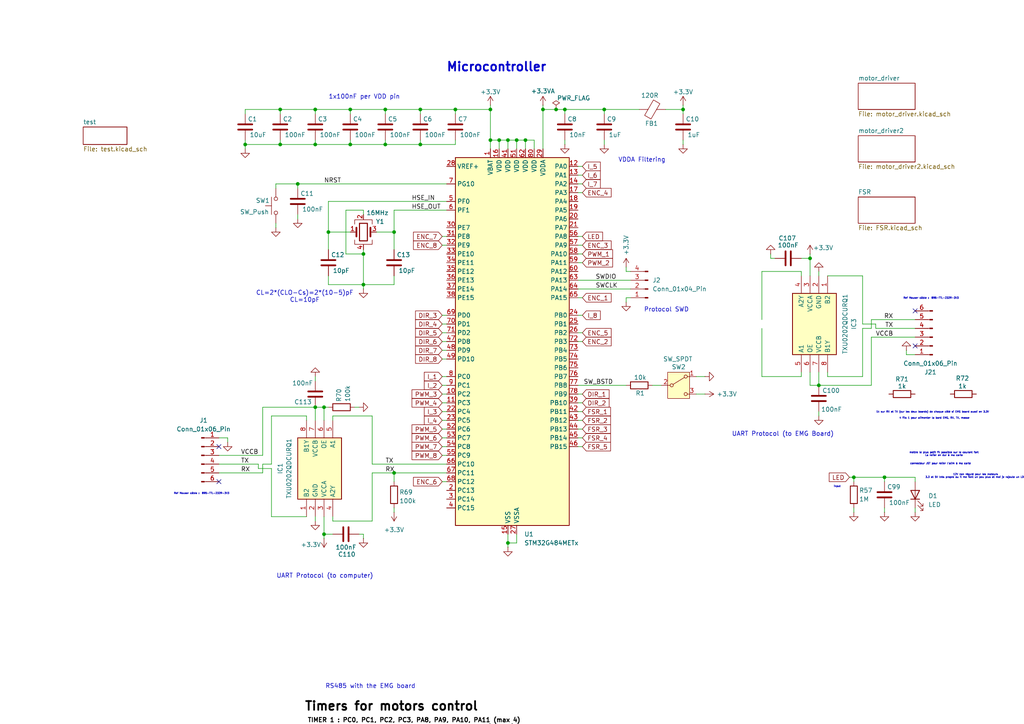
<source format=kicad_sch>
(kicad_sch (version 20231120) (generator "eeschema") (generator_version "8.0")
  (paper "A4")
  (lib_symbols
    (symbol "Connector:Conn_01x04_Pin" (pin_names (offset 1.016) hide)
      (property "Reference" "J" (at 0 5.08 0))
      (property "Value" "Conn_01x04_Pin" (at 0 -7.62 0))
      (symbol "Conn_01x04_Pin_1_1"
        (pin passive line (at 5.08 2.54 180) (length 3.81) (name "Pin_1") (number "1"))
        (pin passive line (at 5.08 0 180) (length 3.81) (name "Pin_2") (number "2"))
        (pin passive line (at 5.08 -2.54 180) (length 3.81) (name "Pin_3") (number "3"))
        (pin passive line (at 5.08 -5.08 180) (length 3.81) (name "Pin_4") (number "4"))
      )
    )
    (symbol "Connector:Conn_01x06_Pin" (pin_names (offset 1.016) hide)
      (property "Reference" "J" (at 0 7.62 0))
      (property "Value" "Conn_01x06_Pin" (at 0 -10.16 0))
      (symbol "Conn_01x06_Pin_1_1"
        (pin passive line (at 5.08 5.08 180) (length 3.81) (name "Pin_1") (number "1"))
        (pin passive line (at 5.08 2.54 180) (length 3.81) (name "Pin_2") (number "2"))
        (pin passive line (at 5.08 0 180) (length 3.81) (name "Pin_3") (number "3"))
        (pin passive line (at 5.08 -2.54 180) (length 3.81) (name "Pin_4") (number "4"))
        (pin passive line (at 5.08 -5.08 180) (length 3.81) (name "Pin_5") (number "5"))
        (pin passive line (at 5.08 -7.62 180) (length 3.81) (name "Pin_6") (number "6"))
      )
    )
    (symbol "Device:C" (pin_numbers hide) (pin_names (offset 0.254))
      (property "Reference" "C" (at 0.635 2.54 0))
      (property "Value" "C" (at 0.635 -2.54 0))
      (symbol "C_1_1"
        (pin passive line (at 0 3.81 270) (length 2.794) (name "~") (number "1"))
        (pin passive line (at 0 -3.81 90) (length 2.794) (name "~") (number "2"))
      )
    )
    (symbol "Device:Crystal_GND24" (pin_names (offset 1.016) hide)
      (property "Reference" "Y" (at 3.175 5.08 0))
      (property "Value" "Crystal_GND24" (at 3.175 3.175 0))
      (symbol "Crystal_GND24_1_1"
        (pin passive line (at -3.81 0 0) (length 1.27) (name "1") (number "1"))
        (pin passive line (at 0 5.08 270) (length 1.27) (name "2") (number "2"))
        (pin passive line (at 3.81 0 180) (length 1.27) (name "3") (number "3"))
        (pin passive line (at 0 -5.08 90) (length 1.27) (name "4") (number "4"))
      )
    )
    (symbol "Device:FerriteBead" (pin_numbers hide) (pin_names (offset 0))
      (property "Reference" "FB" (at -3.81 0.635 90))
      (property "Value" "FerriteBead" (at 3.81 0 90))
      (symbol "FerriteBead_1_1"
        (pin passive line (at 0 3.81 270) (length 2.54) (name "~") (number "1"))
        (pin passive line (at 0 -3.81 90) (length 2.54) (name "~") (number "2"))
      )
    )
    (symbol "Device:LED" (pin_numbers hide) (pin_names (offset 1.016) hide)
      (property "Reference" "D" (at 0 2.54 0))
      (property "Value" "LED" (at 0 -2.54 0))
      (symbol "LED_1_1"
        (pin passive line (at -3.81 0 0) (length 2.54) (name "K") (number "1"))
        (pin passive line (at 3.81 0 180) (length 2.54) (name "A") (number "2"))
      )
    )
    (symbol "Device:R" (pin_numbers hide) (pin_names (offset 0))
      (property "Reference" "R" (at 2.032 0 90))
      (property "Value" "R" (at 0 0 90))
      (symbol "R_1_1"
        (pin passive line (at 0 3.81 270) (length 1.27) (name "~") (number "1"))
        (pin passive line (at 0 -3.81 90) (length 1.27) (name "~") (number "2"))
      )
    )
    (symbol "MCU_ST_STM32G4:STM32G484METx"
      (property "Reference" "U" (at -15.24 54.61 0))
      (property "Value" "STM32G484METx" (at 12.7 54.61 0))
      (symbol "STM32G484METx_1_1"
        (pin power_in line (at -5.08 55.88 270) (length 2.54) (name "VBAT") (number "1"))
        (pin bidirectional line (at -17.78 -15.24 0) (length 2.54) (name "PC2") (number "10"))
        (pin bidirectional line (at -17.78 -17.78 0) (length 2.54) (name "PC3") (number "11"))
        (pin bidirectional line (at 20.32 50.8 180) (length 2.54) (name "PA0") (number "12"))
        (pin bidirectional line (at 20.32 48.26 180) (length 2.54) (name "PA1") (number "13"))
        (pin bidirectional line (at 20.32 45.72 180) (length 2.54) (name "PA2") (number "14"))
        (pin power_in line (at 0 -55.88 90) (length 2.54) (name "VSS") (number "15"))
        (pin power_in line (at -2.54 55.88 270) (length 2.54) (name "VDD") (number "16"))
        (pin bidirectional line (at 20.32 43.18 180) (length 2.54) (name "PA3") (number "17"))
        (pin bidirectional line (at 20.32 40.64 180) (length 2.54) (name "PA4") (number "18"))
        (pin bidirectional line (at 20.32 38.1 180) (length 2.54) (name "PA5") (number "19"))
        (pin bidirectional line (at -17.78 -43.18 0) (length 2.54) (name "PC13") (number "2"))
        (pin bidirectional line (at 20.32 35.56 180) (length 2.54) (name "PA6") (number "20"))
        (pin bidirectional line (at 20.32 33.02 180) (length 2.54) (name "PA7") (number "21"))
        (pin bidirectional line (at -17.78 -20.32 0) (length 2.54) (name "PC4") (number "22"))
        (pin bidirectional line (at -17.78 -22.86 0) (length 2.54) (name "PC5") (number "23"))
        (pin bidirectional line (at 20.32 7.62 180) (length 2.54) (name "PB0") (number "24"))
        (pin bidirectional line (at 20.32 5.08 180) (length 2.54) (name "PB1") (number "25"))
        (pin bidirectional line (at 20.32 2.54 180) (length 2.54) (name "PB2") (number "26"))
        (pin power_in line (at 2.54 -55.88 90) (length 2.54) (name "VSSA") (number "27"))
        (pin input line (at -17.78 50.8 0) (length 2.54) (name "VREF+") (number "28"))
        (pin power_in line (at 10.16 55.88 270) (length 2.54) (name "VDDA") (number "29"))
        (pin bidirectional line (at -17.78 -45.72 0) (length 2.54) (name "PC14") (number "3"))
        (pin bidirectional line (at -17.78 33.02 0) (length 2.54) (name "PE7") (number "30"))
        (pin bidirectional line (at -17.78 30.48 0) (length 2.54) (name "PE8") (number "31"))
        (pin bidirectional line (at -17.78 27.94 0) (length 2.54) (name "PE9") (number "32"))
        (pin bidirectional line (at -17.78 25.4 0) (length 2.54) (name "PE10") (number "33"))
        (pin bidirectional line (at -17.78 22.86 0) (length 2.54) (name "PE11") (number "34"))
        (pin bidirectional line (at -17.78 20.32 0) (length 2.54) (name "PE12") (number "35"))
        (pin bidirectional line (at -17.78 17.78 0) (length 2.54) (name "PE13") (number "36"))
        (pin bidirectional line (at -17.78 15.24 0) (length 2.54) (name "PE14") (number "37"))
        (pin bidirectional line (at -17.78 12.7 0) (length 2.54) (name "PE15") (number "38"))
        (pin bidirectional line (at 20.32 -17.78 180) (length 2.54) (name "PB10") (number "39"))
        (pin bidirectional line (at -17.78 -48.26 0) (length 2.54) (name "PC15") (number "4"))
        (pin passive line (at 0 -55.88 90) (length 2.54) hide (name "VSS") (number "40"))
        (pin power_in line (at 0 55.88 270) (length 2.54) (name "VDD") (number "41"))
        (pin bidirectional line (at 20.32 -20.32 180) (length 2.54) (name "PB11") (number "42"))
        (pin bidirectional line (at 20.32 -22.86 180) (length 2.54) (name "PB12") (number "43"))
        (pin bidirectional line (at 20.32 -25.4 180) (length 2.54) (name "PB13") (number "44"))
        (pin bidirectional line (at 20.32 -27.94 180) (length 2.54) (name "PB14") (number "45"))
        (pin bidirectional line (at 20.32 -30.48 180) (length 2.54) (name "PB15") (number "46"))
        (pin bidirectional line (at -17.78 0 0) (length 2.54) (name "PD8") (number "47"))
        (pin bidirectional line (at -17.78 -2.54 0) (length 2.54) (name "PD9") (number "48"))
        (pin bidirectional line (at -17.78 -5.08 0) (length 2.54) (name "PD10") (number "49"))
        (pin bidirectional line (at -17.78 40.64 0) (length 2.54) (name "PF0") (number "5"))
        (pin passive line (at 0 -55.88 90) (length 2.54) hide (name "VSS") (number "50"))
        (pin power_in line (at 2.54 55.88 270) (length 2.54) (name "VDD") (number "51"))
        (pin bidirectional line (at -17.78 -25.4 0) (length 2.54) (name "PC6") (number "52"))
        (pin bidirectional line (at -17.78 -27.94 0) (length 2.54) (name "PC7") (number "53"))
        (pin bidirectional line (at -17.78 -30.48 0) (length 2.54) (name "PC8") (number "54"))
        (pin bidirectional line (at -17.78 -33.02 0) (length 2.54) (name "PC9") (number "55"))
        (pin bidirectional line (at 20.32 30.48 180) (length 2.54) (name "PA8") (number "56"))
        (pin bidirectional line (at 20.32 27.94 180) (length 2.54) (name "PA9") (number "57"))
        (pin bidirectional line (at 20.32 25.4 180) (length 2.54) (name "PA10") (number "58"))
        (pin bidirectional line (at 20.32 22.86 180) (length 2.54) (name "PA11") (number "59"))
        (pin bidirectional line (at -17.78 38.1 0) (length 2.54) (name "PF1") (number "6"))
        (pin bidirectional line (at 20.32 20.32 180) (length 2.54) (name "PA12") (number "60"))
        (pin passive line (at 0 -55.88 90) (length 2.54) hide (name "VSS") (number "61"))
        (pin power_in line (at 5.08 55.88 270) (length 2.54) (name "VDD") (number "62"))
        (pin bidirectional line (at 20.32 17.78 180) (length 2.54) (name "PA13") (number "63"))
        (pin bidirectional line (at 20.32 15.24 180) (length 2.54) (name "PA14") (number "64"))
        (pin bidirectional line (at 20.32 12.7 180) (length 2.54) (name "PA15") (number "65"))
        (pin bidirectional line (at -17.78 -35.56 0) (length 2.54) (name "PC10") (number "66"))
        (pin bidirectional line (at -17.78 -38.1 0) (length 2.54) (name "PC11") (number "67"))
        (pin bidirectional line (at -17.78 -40.64 0) (length 2.54) (name "PC12") (number "68"))
        (pin bidirectional line (at -17.78 7.62 0) (length 2.54) (name "PD0") (number "69"))
        (pin bidirectional line (at -17.78 45.72 0) (length 2.54) (name "PG10") (number "7"))
        (pin bidirectional line (at -17.78 5.08 0) (length 2.54) (name "PD1") (number "70"))
        (pin bidirectional line (at -17.78 2.54 0) (length 2.54) (name "PD2") (number "71"))
        (pin bidirectional line (at 20.32 0 180) (length 2.54) (name "PB3") (number "72"))
        (pin bidirectional line (at 20.32 -2.54 180) (length 2.54) (name "PB4") (number "73"))
        (pin bidirectional line (at 20.32 -5.08 180) (length 2.54) (name "PB5") (number "74"))
        (pin bidirectional line (at 20.32 -7.62 180) (length 2.54) (name "PB6") (number "75"))
        (pin bidirectional line (at 20.32 -10.16 180) (length 2.54) (name "PB7") (number "76"))
        (pin bidirectional line (at 20.32 -12.7 180) (length 2.54) (name "PB8") (number "77"))
        (pin bidirectional line (at 20.32 -15.24 180) (length 2.54) (name "PB9") (number "78"))
        (pin passive line (at 0 -55.88 90) (length 2.54) hide (name "VSS") (number "79"))
        (pin bidirectional line (at -17.78 -10.16 0) (length 2.54) (name "PC0") (number "8"))
        (pin power_in line (at 7.62 55.88 270) (length 2.54) (name "VDD") (number "80"))
        (pin bidirectional line (at -17.78 -12.7 0) (length 2.54) (name "PC1") (number "9"))
      )
    )
    (symbol "Switch:SW_Push" (pin_numbers hide) (pin_names (offset 1.016) hide)
      (property "Reference" "SW" (at 1.27 2.54 0))
      (property "Value" "SW_Push" (at 0 -1.524 0))
      (symbol "SW_Push_0_1"
        (pin passive line (at -5.08 0 0) (length 2.54) (name "1") (number "1"))
        (pin passive line (at 5.08 0 180) (length 2.54) (name "2") (number "2"))
      )
    )
    (symbol "Switch:SW_SPDT" (pin_names (offset 0) hide)
      (property "Reference" "SW" (at 0 5.08 0))
      (property "Value" "SW_SPDT" (at 0 -5.08 0))
      (symbol "SW_SPDT_1_1"
        (pin passive line (at 5.08 2.54 180) (length 2.54) (name "A") (number "1"))
        (pin passive line (at -5.08 0 0) (length 2.54) (name "B") (number "2"))
        (pin passive line (at 5.08 -2.54 180) (length 2.54) (name "C") (number "3"))
      )
    )
    (symbol "TXU0202QDCURQ1:TXU0202QDCURQ1"
      (property "Reference" "IC" (at 24.13 7.62 0))
      (property "Value" "TXU0202QDCURQ1" (at 24.13 5.08 0))
      (symbol "TXU0202QDCURQ1_1_1"
        (pin input line (at 0 0 0) (length 5.08) (name "B2") (number "1"))
        (pin power_in line (at 0 -2.54 0) (length 5.08) (name "GND") (number "2"))
        (pin power_in line (at 0 -5.08 0) (length 5.08) (name "VCCA") (number "3"))
        (pin output line (at 0 -7.62 0) (length 5.08) (name "A2Y") (number "4"))
        (pin input line (at 27.94 -7.62 180) (length 5.08) (name "A1") (number "5"))
        (pin input line (at 27.94 -5.08 180) (length 5.08) (name "OE") (number "6"))
        (pin power_in line (at 27.94 -2.54 180) (length 5.08) (name "VCCB") (number "7"))
        (pin output line (at 27.94 0 180) (length 5.08) (name "B1Y") (number "8"))
      )
    )
    (symbol "power:+3.3V" (power) (pin_numbers hide) (pin_names (offset 0) hide)
      (property "Value" "+3.3V" (at 0 3.556 0))
      (symbol "+3.3V_1_1"
        (pin power_in line (at 0 0 90) (length 0) (name "~") (number "1"))
      )
    )
    (symbol "power:+3.3VA" (power) (pin_numbers hide) (pin_names (offset 0) hide)
      (property "Value" "+3.3VA" (at 0 3.556 0))
      (symbol "+3.3VA_1_1"
        (pin power_in line (at 0 0 90) (length 0) (name "~") (number "1"))
      )
    )
    (symbol "power:GND" (power) (pin_numbers hide) (pin_names (offset 0) hide)
      (property "Value" "GND" (at 0 -3.81 0))
      (symbol "GND_1_1"
        (pin power_in line (at 0 0 270) (length 0) (name "~") (number "1"))
      )
    )
    (symbol "power:PWR_FLAG" (power) (pin_numbers hide) (pin_names (offset 0) hide)
      (property "Value" "PWR_FLAG" (at 0 3.81 0))
      (symbol "PWR_FLAG_0_0"
        (pin power_out line (at 0 0 90) (length 0) (name "~") (number "1"))
      )
    )
  )
  (junction (at 114.3 137.16))
  (junction (at 142.24 40.64))
  (junction (at 142.24 31.75))
  (junction (at 93.98 154.94))
  (junction (at 234.95 74.93))
  (junction (at 237.49 111.76))
  (junction (at 149.86 40.64))
  (junction (at 91.44 118.11))
  (junction (at 198.12 31.75))
  (junction (at 114.3 67.31))
  (junction (at 101.6 41.91))
  (junction (at 147.32 157.48))
  (junction (at 93.98 118.11))
  (junction (at 81.28 31.75))
  (junction (at 111.76 31.75))
  (junction (at 91.44 41.91))
  (junction (at 86.36 53.34))
  (junction (at 81.28 41.91))
  (junction (at 163.83 31.75))
  (junction (at 161.29 31.75))
  (junction (at 105.41 73.66))
  (junction (at 71.12 41.91))
  (junction (at 95.25 67.31))
  (junction (at 247.65 138.43))
  (junction (at 144.78 40.64))
  (junction (at 147.32 40.64))
  (junction (at 101.6 31.75))
  (junction (at 256.54 138.43))
  (junction (at 121.92 31.75))
  (junction (at 111.76 41.91))
  (junction (at 121.92 41.91))
  (junction (at 157.48 31.75))
  (junction (at 175.26 31.75))
  (junction (at 132.08 31.75))
  (junction (at 105.41 82.55))
  (junction (at 91.44 31.75))
  (junction (at 152.4 40.64))
  (no_connect (at 63.5 139.7))
  (no_connect (at 265.43 100.33))
  (no_connect (at 63.5 129.54))
  (no_connect (at 265.43 90.17))
  (wire (pts (xy 63.5 134.62) (xy 74.93 134.62)))
  (wire (pts (xy 81.28 41.91) (xy 71.12 41.91)))
  (wire (pts (xy 152.4 43.18) (xy 152.4 40.64)))
  (wire (pts (xy 80.01 54.61) (xy 80.01 53.34)))
  (wire (pts (xy 81.28 33.02) (xy 81.28 31.75)))
  (wire (pts (xy 142.24 40.64) (xy 144.78 40.64)))
  (wire (pts (xy 157.48 30.48) (xy 157.48 31.75)))
  (wire (pts (xy 157.48 31.75) (xy 161.29 31.75)))
  (wire (pts (xy 128.27 71.12) (xy 129.54 71.12)))
  (wire (pts (xy 128.27 91.44) (xy 129.54 91.44)))
  (wire (pts (xy 167.64 55.88) (xy 168.91 55.88)))
  (wire (pts (xy 220.98 92.71) (xy 220.98 78.74)))
  (wire (pts (xy 234.95 74.93) (xy 232.41 74.93)))
  (wire (pts (xy 232.41 109.22) (xy 232.41 107.95)))
  (wire (pts (xy 168.91 116.84) (xy 167.64 116.84)))
  (wire (pts (xy 220.98 95.25) (xy 220.98 109.22)))
  (wire (pts (xy 78.74 149.86) (xy 78.74 135.89)))
  (wire (pts (xy 142.24 30.48) (xy 142.24 31.75)))
  (wire (pts (xy 105.41 154.94) (xy 105.41 156.21)))
  (wire (pts (xy 262.89 102.87) (xy 262.89 101.6)))
  (wire (pts (xy 167.64 76.2) (xy 168.91 76.2)))
  (wire (pts (xy 93.98 121.92) (xy 93.98 118.11)))
  (wire (pts (xy 114.3 60.96) (xy 129.54 60.96)))
  (wire (pts (xy 147.32 40.64) (xy 147.32 43.18)))
  (wire (pts (xy 168.91 119.38) (xy 167.64 119.38)))
  (wire (pts (xy 128.27 127) (xy 129.54 127)))
  (wire (pts (xy 111.76 40.64) (xy 111.76 41.91)))
  (wire (pts (xy 91.44 31.75) (xy 101.6 31.75)))
  (wire (pts (xy 167.64 81.28) (xy 182.88 81.28)))
  (wire (pts (xy 265.43 92.71) (xy 252.73 92.71)))
  (wire (pts (xy 78.74 120.65) (xy 88.9 120.65)))
  (wire (pts (xy 147.32 154.94) (xy 147.32 157.48)))
  (wire (pts (xy 86.36 53.34) (xy 86.36 54.61)))
  (wire (pts (xy 121.92 31.75) (xy 132.08 31.75)))
  (wire (pts (xy 63.5 127) (xy 66.04 127)))
  (wire (pts (xy 168.91 129.54) (xy 167.64 129.54)))
  (wire (pts (xy 95.25 82.55) (xy 105.41 82.55)))
  (wire (pts (xy 63.5 137.16) (xy 76.2 137.16)))
  (wire (pts (xy 114.3 82.55) (xy 105.41 82.55)))
  (wire (pts (xy 237.49 119.38) (xy 237.49 120.65)))
  (wire (pts (xy 247.65 138.43) (xy 247.65 139.7)))
  (wire (pts (xy 168.91 96.52) (xy 167.64 96.52)))
  (wire (pts (xy 101.6 33.02) (xy 101.6 31.75)))
  (wire (pts (xy 95.25 58.42) (xy 95.25 67.31)))
  (wire (pts (xy 149.86 40.64) (xy 149.86 43.18)))
  (wire (pts (xy 107.95 137.16) (xy 114.3 137.16)))
  (wire (pts (xy 111.76 31.75) (xy 121.92 31.75)))
  (wire (pts (xy 128.27 121.92) (xy 129.54 121.92)))
  (wire (pts (xy 128.27 114.3) (xy 129.54 114.3)))
  (wire (pts (xy 181.61 77.47) (xy 181.61 78.74)))
  (wire (pts (xy 265.43 147.32) (xy 265.43 148.59)))
  (wire (pts (xy 111.76 33.02) (xy 111.76 31.75)))
  (wire (pts (xy 147.32 40.64) (xy 149.86 40.64)))
  (wire (pts (xy 252.73 95.25) (xy 252.73 92.71)))
  (wire (pts (xy 168.91 114.3) (xy 167.64 114.3)))
  (wire (pts (xy 93.98 154.94) (xy 96.52 154.94)))
  (wire (pts (xy 189.23 111.76) (xy 191.77 111.76)))
  (wire (pts (xy 105.41 82.55) (xy 105.41 83.82)))
  (wire (pts (xy 71.12 33.02) (xy 71.12 31.75)))
  (wire (pts (xy 91.44 41.91) (xy 81.28 41.91)))
  (wire (pts (xy 265.43 95.25) (xy 254 95.25)))
  (wire (pts (xy 86.36 53.34) (xy 129.54 53.34)))
  (wire (pts (xy 163.83 31.75) (xy 163.83 33.02)))
  (wire (pts (xy 114.3 67.31) (xy 114.3 72.39)))
  (wire (pts (xy 168.91 127) (xy 167.64 127)))
  (wire (pts (xy 237.49 111.76) (xy 252.73 111.76)))
  (wire (pts (xy 252.73 111.76) (xy 252.73 97.79)))
  (wire (pts (xy 93.98 118.11) (xy 91.44 118.11)))
  (wire (pts (xy 91.44 110.49) (xy 91.44 109.22)))
  (wire (pts (xy 121.92 41.91) (xy 111.76 41.91)))
  (wire (pts (xy 144.78 40.64) (xy 147.32 40.64)))
  (wire (pts (xy 114.3 137.16) (xy 114.3 139.7)))
  (wire (pts (xy 198.12 30.48) (xy 198.12 31.75)))
  (wire (pts (xy 71.12 41.91) (xy 71.12 43.18)))
  (wire (pts (xy 91.44 151.13) (xy 91.44 149.86)))
  (wire (pts (xy 167.64 83.82) (xy 182.88 83.82)))
  (wire (pts (xy 168.91 124.46) (xy 167.64 124.46)))
  (wire (pts (xy 78.74 134.62) (xy 78.74 120.65)))
  (wire (pts (xy 128.27 111.76) (xy 129.54 111.76)))
  (wire (pts (xy 63.5 132.08) (xy 76.2 132.08)))
  (wire (pts (xy 167.64 111.76) (xy 181.61 111.76)))
  (wire (pts (xy 181.61 86.36) (xy 181.61 87.63)))
  (wire (pts (xy 93.98 154.94) (xy 93.98 149.86)))
  (wire (pts (xy 154.94 40.64) (xy 152.4 40.64)))
  (wire (pts (xy 114.3 137.16) (xy 129.54 137.16)))
  (wire (pts (xy 256.54 138.43) (xy 256.54 139.7)))
  (wire (pts (xy 265.43 102.87) (xy 262.89 102.87)))
  (wire (pts (xy 167.64 91.44) (xy 168.91 91.44)))
  (wire (pts (xy 161.29 31.75) (xy 163.83 31.75)))
  (wire (pts (xy 95.25 67.31) (xy 95.25 72.39)))
  (wire (pts (xy 132.08 31.75) (xy 132.08 33.02)))
  (wire (pts (xy 168.91 99.06) (xy 167.64 99.06)))
  (wire (pts (xy 128.27 109.22) (xy 129.54 109.22)))
  (wire (pts (xy 250.19 95.25) (xy 252.73 95.25)))
  (wire (pts (xy 237.49 78.74) (xy 237.49 80.01)))
  (wire (pts (xy 132.08 40.64) (xy 132.08 41.91)))
  (wire (pts (xy 256.54 138.43) (xy 247.65 138.43)))
  (wire (pts (xy 163.83 31.75) (xy 175.26 31.75)))
  (wire (pts (xy 250.19 109.22) (xy 240.03 109.22)))
  (wire (pts (xy 168.91 121.92) (xy 167.64 121.92)))
  (wire (pts (xy 234.95 73.66) (xy 234.95 74.93)))
  (wire (pts (xy 128.27 93.98) (xy 129.54 93.98)))
  (wire (pts (xy 101.6 40.64) (xy 101.6 41.91)))
  (wire (pts (xy 128.27 96.52) (xy 129.54 96.52)))
  (wire (pts (xy 107.95 120.65) (xy 96.52 120.65)))
  (wire (pts (xy 100.33 73.66) (xy 105.41 73.66)))
  (wire (pts (xy 128.27 116.84) (xy 129.54 116.84)))
  (wire (pts (xy 144.78 40.64) (xy 144.78 43.18)))
  (wire (pts (xy 128.27 68.58) (xy 129.54 68.58)))
  (wire (pts (xy 142.24 40.64) (xy 142.24 43.18)))
  (wire (pts (xy 80.01 64.77) (xy 80.01 66.04)))
  (wire (pts (xy 132.08 31.75) (xy 142.24 31.75)))
  (wire (pts (xy 237.49 107.95) (xy 237.49 111.76)))
  (wire (pts (xy 220.98 78.74) (xy 232.41 78.74)))
  (wire (pts (xy 81.28 40.64) (xy 81.28 41.91)))
  (wire (pts (xy 128.27 101.6) (xy 129.54 101.6)))
  (wire (pts (xy 128.27 132.08) (xy 129.54 132.08)))
  (wire (pts (xy 250.19 93.98) (xy 254 93.98)))
  (wire (pts (xy 223.52 74.93) (xy 223.52 73.66)))
  (wire (pts (xy 167.64 73.66) (xy 168.91 73.66)))
  (wire (pts (xy 168.91 86.36) (xy 167.64 86.36)))
  (wire (pts (xy 71.12 31.75) (xy 81.28 31.75)))
  (wire (pts (xy 74.93 135.89) (xy 74.93 134.62)))
  (wire (pts (xy 96.52 151.13) (xy 96.52 149.86)))
  (wire (pts (xy 95.25 58.42) (xy 129.54 58.42)))
  (wire (pts (xy 193.04 31.75) (xy 198.12 31.75)))
  (wire (pts (xy 107.95 151.13) (xy 96.52 151.13)))
  (wire (pts (xy 152.4 40.64) (xy 149.86 40.64)))
  (wire (pts (xy 198.12 40.64) (xy 198.12 41.91)))
  (wire (pts (xy 128.27 119.38) (xy 129.54 119.38)))
  (wire (pts (xy 105.41 60.96) (xy 100.33 60.96)))
  (wire (pts (xy 114.3 67.31) (xy 114.3 60.96)))
  (wire (pts (xy 168.91 68.58) (xy 167.64 68.58)))
  (wire (pts (xy 114.3 147.32) (xy 114.3 148.59)))
  (wire (pts (xy 86.36 62.23) (xy 86.36 63.5)))
  (wire (pts (xy 142.24 31.75) (xy 142.24 40.64)))
  (wire (pts (xy 246.38 138.43) (xy 247.65 138.43)))
  (wire (pts (xy 247.65 147.32) (xy 247.65 148.59)))
  (wire (pts (xy 107.95 134.62) (xy 107.95 120.65)))
  (wire (pts (xy 121.92 31.75) (xy 121.92 33.02)))
  (wire (pts (xy 121.92 40.64) (xy 121.92 41.91)))
  (wire (pts (xy 66.04 127) (xy 66.04 128.27)))
  (wire (pts (xy 128.27 139.7) (xy 129.54 139.7)))
  (wire (pts (xy 105.41 60.96) (xy 105.41 62.23)))
  (wire (pts (xy 198.12 31.75) (xy 198.12 33.02)))
  (wire (pts (xy 93.98 156.21) (xy 93.98 154.94)))
  (wire (pts (xy 81.28 31.75) (xy 91.44 31.75)))
  (wire (pts (xy 240.03 109.22) (xy 240.03 107.95)))
  (wire (pts (xy 220.98 109.22) (xy 232.41 109.22)))
  (wire (pts (xy 91.44 118.11) (xy 76.2 118.11)))
  (wire (pts (xy 175.26 40.64) (xy 175.26 41.91)))
  (wire (pts (xy 105.41 73.66) (xy 105.41 82.55)))
  (wire (pts (xy 111.76 41.91) (xy 101.6 41.91)))
  (wire (pts (xy 182.88 86.36) (xy 181.61 86.36)))
  (wire (pts (xy 254 93.98) (xy 254 95.25)))
  (wire (pts (xy 149.86 154.94) (xy 149.86 157.48)))
  (wire (pts (xy 175.26 31.75) (xy 175.26 33.02)))
  (wire (pts (xy 88.9 149.86) (xy 78.74 149.86)))
  (wire (pts (xy 101.6 31.75) (xy 111.76 31.75)))
  (wire (pts (xy 128.27 124.46) (xy 129.54 124.46)))
  (wire (pts (xy 107.95 137.16) (xy 107.95 151.13)))
  (wire (pts (xy 91.44 33.02) (xy 91.44 31.75)))
  (wire (pts (xy 250.19 95.25) (xy 250.19 109.22)))
  (wire (pts (xy 128.27 104.14) (xy 129.54 104.14)))
  (wire (pts (xy 96.52 120.65) (xy 96.52 121.92)))
  (wire (pts (xy 71.12 40.64) (xy 71.12 41.91)))
  (wire (pts (xy 147.32 157.48) (xy 147.32 158.75)))
  (wire (pts (xy 95.25 80.01) (xy 95.25 82.55)))
  (wire (pts (xy 78.74 134.62) (xy 76.2 134.62)))
  (wire (pts (xy 102.87 118.11) (xy 104.14 118.11)))
  (wire (pts (xy 132.08 41.91) (xy 121.92 41.91)))
  (wire (pts (xy 109.22 67.31) (xy 114.3 67.31)))
  (wire (pts (xy 234.95 111.76) (xy 237.49 111.76)))
  (wire (pts (xy 93.98 118.11) (xy 95.25 118.11)))
  (wire (pts (xy 154.94 43.18) (xy 154.94 40.64)))
  (wire (pts (xy 128.27 129.54) (xy 129.54 129.54)))
  (wire (pts (xy 250.19 80.01) (xy 250.19 93.98)))
  (wire (pts (xy 240.03 80.01) (xy 250.19 80.01)))
  (wire (pts (xy 91.44 121.92) (xy 91.44 118.11)))
  (wire (pts (xy 80.01 53.34) (xy 86.36 53.34)))
  (wire (pts (xy 78.74 135.89) (xy 74.93 135.89)))
  (wire (pts (xy 91.44 40.64) (xy 91.44 41.91)))
  (wire (pts (xy 76.2 134.62) (xy 76.2 137.16)))
  (wire (pts (xy 232.41 78.74) (xy 232.41 80.01)))
  (wire (pts (xy 163.83 41.91) (xy 163.83 40.64)))
  (wire (pts (xy 224.79 74.93) (xy 223.52 74.93)))
  (wire (pts (xy 181.61 78.74) (xy 182.88 78.74)))
  (wire (pts (xy 168.91 48.26) (xy 167.64 48.26)))
  (wire (pts (xy 168.91 71.12) (xy 167.64 71.12)))
  (wire (pts (xy 175.26 31.75) (xy 185.42 31.75)))
  (wire (pts (xy 104.14 154.94) (xy 105.41 154.94)))
  (wire (pts (xy 76.2 118.11) (xy 76.2 132.08)))
  (wire (pts (xy 95.25 67.31) (xy 101.6 67.31)))
  (wire (pts (xy 265.43 139.7) (xy 265.43 138.43)))
  (wire (pts (xy 201.93 114.3) (xy 204.47 114.3)))
  (wire (pts (xy 157.48 31.75) (xy 157.48 43.18)))
  (wire (pts (xy 265.43 97.79) (xy 252.73 97.79)))
  (wire (pts (xy 256.54 147.32) (xy 256.54 148.59)))
  (wire (pts (xy 149.86 157.48) (xy 147.32 157.48)))
  (wire (pts (xy 107.95 134.62) (xy 129.54 134.62)))
  (wire (pts (xy 265.43 138.43) (xy 256.54 138.43)))
  (wire (pts (xy 105.41 72.39) (xy 105.41 73.66)))
  (wire (pts (xy 114.3 80.01) (xy 114.3 82.55)))
  (wire (pts (xy 234.95 107.95) (xy 234.95 111.76)))
  (wire (pts (xy 168.91 50.8) (xy 167.64 50.8)))
  (wire (pts (xy 88.9 120.65) (xy 88.9 121.92)))
  (wire (pts (xy 128.27 99.06) (xy 129.54 99.06)))
  (wire (pts (xy 234.95 74.93) (xy 234.95 80.01)))
  (wire (pts (xy 168.91 53.34) (xy 167.64 53.34)))
  (wire (pts (xy 201.93 109.22) (xy 204.47 109.22)))
  (wire (pts (xy 100.33 60.96) (xy 100.33 73.66)))
  (wire (pts (xy 101.6 41.91) (xy 91.44 41.91)))
  (text "12V non régulé pour les moteurs\n3.3 et 5V très propre ou il me font un peu plus et moi je rajoute un LDO" (at 282.956 138.176 0) (effects (font (size 0.508 0.508))))
  (text "Ref Mouser câble :  895-TTL-232R-3V3 " (at 58.674 143.256 0) (effects (font (size 0.508 0.508))))
  (text "VDDA Filtering" (at 186.182 46.482 0) (effects (font (size 1.27 1.27))))
  (text "TIM2 (32 bits): CH1 (PA0, PA5, PA15), CH2 (PA1, PB3), CH3 (PA2, PA9, PB10), CH4 (PA3, PA10, PB11) (max 4)\nTIM5 (32 bits) : CH1 (PA0, PB2), CH2 (PA1, PC12), CH3 (PA2, PE8), CH4 (PA3, PE9) (max 4)\n\nTIM3 (16 bits)\nTIM4 (16 bits)" (at 88.392 230.886 0) (effects (font (size 1.27 1.27) (thickness 0.1588)) (justify left)))
  (text "TIMER 1 : PC0, PC1, PC2, PC3, PA8, PA9, PA10, PA11 (max 4)\nTIMER 8 : PB6, PB7, PB8, PB9, PC6, PC7, PC8, PC9 (max 4)" (at 89.154 210.058 0) (effects (font (size 1.27 1.27) (thickness 0.254) (bold yes)) (justify left)))
  (text "connecteur JST pour relier l'alim à ma carte" (at 272.796 134.62 0) (effects (font (size 0.508 0.508))))
  (text "1x100nF per VDD pin" (at 105.664 28.194 0) (effects (font (size 1.27 1.27))))
  (text "Microcontroller" (at 144.018 19.558 0) (effects (font (size 2.54 2.54) (thickness 0.508) (bold yes))))
  (text "UART Protocol (to EMG Board)\n" (at 227.076 125.984 0) (effects (font (size 1.27 1.27) (thickness 0.1588))))
  (text "CL=2*(CLO-Cs)=2*(10-5)pF\nCL=10pF" (at 88.392 86.106 0) (effects (font (size 1.27 1.27))))
  (text "mettre le plus petit fil possible sur le courant fort\nLa relier en dur à ma carte" (at 273.812 131.826 0) (effects (font (size 0.508 0.508))))
  (text "Timers for encoders" (at 107.95 222.504 0) (effects (font (size 2.54 2.54) (thickness 0.508) (bold yes))))
  (text "input\n" (at 242.824 141.224 0) (effects (font (size 0.508 0.508))))
  (text "UART Protocol (to computer)\n" (at 94.234 167.132 0) (effects (font (size 1.27 1.27) (thickness 0.1588))))
  (text "1k sur RX et TX (sur les deux boards) de chaque côté si EMG board aussi en 3.3V" (at 270.51 119.634 0) (effects (font (size 0.508 0.508))))
  (text "Timers for motors control" (at 113.538 204.978 0) (effects (font (size 2.54 2.54) (thickness 0.508) (bold yes))))
  (text "4 fils 1 pour alimenter la bord EMG, RX, TX, masse" (at 271.018 121.412 0) (effects (font (size 0.508 0.508))))
  (text "Protocol SWD" (at 193.294 89.916 0) (effects (font (size 1.27 1.27))))
  (text "RS485 with the EMG board" (at 107.442 199.136 0) (effects (font (size 1.27 1.27))))
  (text "Ref Mouser câble :  895-TTL-232R-3V3 " (at 270.256 86.614 0) (effects (font (size 0.508 0.508))))
  (label "RX" (at 259.08 92.71 180) (effects (font (thickness 0.1588))))
  (label "NRST" (at 93.98 53.34 0))
  (label "SWCLK" (at 172.72 83.82 0))
  (label "TX" (at 111.76 134.62 0) (effects (font (thickness 0.1588))))
  (label "VCCB" (at 69.85 132.08 0) (effects (font (thickness 0.1588))))
  (label "TX" (at 69.85 134.62 0) (effects (font (thickness 0.1588))))
  (label "RX" (at 111.76 137.16 0) (effects (font (thickness 0.1588))))
  (label "RX" (at 69.85 137.16 0) (effects (font (thickness 0.1588))))
  (label "TX" (at 259.08 95.25 180) (effects (font (thickness 0.1588))))
  (label "HSE_OUT" (at 119.38 60.96 0))
  (label "HSE_IN" (at 119.38 58.42 0))
  (label "SW_BSTD" (at 177.8 111.76 180))
  (label "VCCB" (at 259.08 97.79 180) (effects (font (thickness 0.1588))))
  (label "SWDIO" (at 172.72 81.28 0))
  (global_label "I_8" (shape input) (at 168.91 91.44 0) (property "Intersheetrefs" "${INTERSHEET_REFS}" (effects (hide yes))))
  (global_label "PWM_6" (shape input) (at 128.27 127 180) (property "Intersheetrefs" "${INTERSHEET_REFS}" (effects (hide yes))))
  (global_label "DIR_5" (shape input) (at 128.27 96.52 180) (property "Intersheetrefs" "${INTERSHEET_REFS}" (effects (hide yes))))
  (global_label "ENC_5" (shape input) (at 168.91 96.52 0) (property "Intersheetrefs" "${INTERSHEET_REFS}" (effects (hide yes))))
  (global_label "ENC_4" (shape input) (at 168.91 55.88 0) (property "Intersheetrefs" "${INTERSHEET_REFS}" (effects (hide yes))))
  (global_label "PWM_7" (shape input) (at 128.27 129.54 180) (property "Intersheetrefs" "${INTERSHEET_REFS}" (effects (hide yes))))
  (global_label "I_4" (shape input) (at 128.27 121.92 180) (property "Intersheetrefs" "${INTERSHEET_REFS}" (effects (hide yes))))
  (global_label "I_2" (shape input) (at 128.27 111.76 180) (property "Intersheetrefs" "${INTERSHEET_REFS}" (effects (hide yes))))
  (global_label "ENC_6" (shape input) (at 128.27 139.7 180) (property "Intersheetrefs" "${INTERSHEET_REFS}" (effects (hide yes))))
  (global_label "PWM_3" (shape input) (at 128.27 114.3 180) (property "Intersheetrefs" "${INTERSHEET_REFS}" (effects (hide yes))))
  (global_label "FSR_2" (shape input) (at 168.91 121.92 0) (property "Intersheetrefs" "${INTERSHEET_REFS}" (effects (hide yes))))
  (global_label "LED" (shape input) (at 168.91 68.58 0) (property "Intersheetrefs" "${INTERSHEET_REFS}" (effects (hide yes))))
  (global_label "DIR_3" (shape input) (at 128.27 91.44 180) (property "Intersheetrefs" "${INTERSHEET_REFS}" (effects (hide yes))))
  (global_label "ENC_2" (shape input) (at 168.91 99.06 0) (property "Intersheetrefs" "${INTERSHEET_REFS}" (effects (hide yes))))
  (global_label "DIR_7" (shape input) (at 128.27 101.6 180) (property "Intersheetrefs" "${INTERSHEET_REFS}" (effects (hide yes))))
  (global_label "ENC_1" (shape input) (at 168.91 86.36 0) (property "Intersheetrefs" "${INTERSHEET_REFS}" (effects (hide yes))))
  (global_label "I_1" (shape input) (at 128.27 109.22 180) (property "Intersheetrefs" "${INTERSHEET_REFS}" (effects (hide yes))))
  (global_label "I_7" (shape input) (at 168.91 53.34 0) (property "Intersheetrefs" "${INTERSHEET_REFS}" (effects (hide yes))))
  (global_label "ENC_8" (shape input) (at 128.27 71.12 180) (property "Intersheetrefs" "${INTERSHEET_REFS}" (effects (hide yes))))
  (global_label "PWM_2" (shape input) (at 168.91 76.2 0) (property "Intersheetrefs" "${INTERSHEET_REFS}" (effects (hide yes))))
  (global_label "FSR_1" (shape input) (at 168.91 119.38 0) (property "Intersheetrefs" "${INTERSHEET_REFS}" (effects (hide yes))))
  (global_label "DIR_6" (shape input) (at 128.27 99.06 180) (property "Intersheetrefs" "${INTERSHEET_REFS}" (effects (hide yes))))
  (global_label "FSR_3" (shape input) (at 168.91 124.46 0) (property "Intersheetrefs" "${INTERSHEET_REFS}" (effects (hide yes))))
  (global_label "LED" (shape input) (at 246.38 138.43 180) (property "Intersheetrefs" "${INTERSHEET_REFS}" (effects (hide yes))))
  (global_label "I_6" (shape input) (at 168.91 50.8 0) (property "Intersheetrefs" "${INTERSHEET_REFS}" (effects (hide yes))))
  (global_label "FSR_5" (shape input) (at 168.91 129.54 0) (property "Intersheetrefs" "${INTERSHEET_REFS}" (effects (hide yes))))
  (global_label "PWM_1" (shape input) (at 168.91 73.66 0) (property "Intersheetrefs" "${INTERSHEET_REFS}" (effects (hide yes))))
  (global_label "PWM_5" (shape input) (at 128.27 124.46 180) (property "Intersheetrefs" "${INTERSHEET_REFS}" (effects (hide yes))))
  (global_label "I_5" (shape input) (at 168.91 48.26 0) (property "Intersheetrefs" "${INTERSHEET_REFS}" (effects (hide yes))))
  (global_label "DIR_4" (shape input) (at 128.27 93.98 180) (property "Intersheetrefs" "${INTERSHEET_REFS}" (effects (hide yes))))
  (global_label "I_3" (shape input) (at 128.27 119.38 180) (property "Intersheetrefs" "${INTERSHEET_REFS}" (effects (hide yes))))
  (global_label "DIR_8" (shape input) (at 128.27 104.14 180) (property "Intersheetrefs" "${INTERSHEET_REFS}" (effects (hide yes))))
  (global_label "PWM_4" (shape input) (at 128.27 116.84 180) (property "Intersheetrefs" "${INTERSHEET_REFS}" (effects (hide yes))))
  (global_label "DIR_2" (shape input) (at 168.91 116.84 0) (property "Intersheetrefs" "${INTERSHEET_REFS}" (effects (hide yes))))
  (global_label "ENC_3" (shape input) (at 168.91 71.12 0) (property "Intersheetrefs" "${INTERSHEET_REFS}" (effects (hide yes))))
  (global_label "PWM_8" (shape input) (at 128.27 132.08 180) (property "Intersheetrefs" "${INTERSHEET_REFS}" (effects (hide yes))))
  (global_label "DIR_1" (shape input) (at 168.91 114.3 0) (property "Intersheetrefs" "${INTERSHEET_REFS}" (effects (hide yes))))
  (global_label "FSR_4" (shape input) (at 168.91 127 0) (property "Intersheetrefs" "${INTERSHEET_REFS}" (effects (hide yes))))
  (global_label "ENC_7" (shape input) (at 128.27 68.58 180) (property "Intersheetrefs" "${INTERSHEET_REFS}" (effects (hide yes))))
  (symbol (lib_id "power:+3.3V") (at 181.61 77.47 0) (unit 1)
    (property "Reference" "#PWR09" (effects (hide yes)))
    (property "Value" "+3.3V" (at 181.61 71.12 90))
    (property "Description" "Power symbol creates a global label with name \"+3.3V\"" (effects (hide yes)))
  )
  (symbol (lib_id "power:GND") (at 71.12 43.18 0) (unit 1)
    (property "Reference" "#PWR0236" (effects (hide yes)))
    (property "Value" "GND" (effects (hide yes)))
    (property "Description" "Power symbol creates a global label with name \"GND\" , ground" (effects (hide yes)))
  )
  (symbol (lib_id "power:GND") (at 80.01 66.04 0) (unit 1)
    (property "Reference" "#PWR08" (effects (hide yes)))
    (property "Value" "GND" (effects (hide yes)))
    (property "Description" "Power symbol creates a global label with name \"GND\" , ground" (effects (hide yes)))
  )
  (symbol (lib_id "power:GND") (at 66.04 128.27 0) (unit 1)
    (property "Reference" "#PWR0218" (effects (hide yes)))
    (property "Value" "GND" (effects (hide yes)))
    (property "Description" "Power symbol creates a global label with name \"GND\" , ground" (effects (hide yes)))
  )
  (symbol (lib_id "power:GND") (at 181.61 87.63 0) (unit 1)
    (property "Reference" "#PWR011" (effects (hide yes)))
    (property "Value" "GND" (effects (hide yes)))
    (property "Description" "Power symbol creates a global label with name \"GND\" , ground" (effects (hide yes)))
  )
  (symbol (lib_id "Device:C") (at 71.12 36.83 0) (unit 1)
    (property "Reference" "C1" (at 71.882 34.544 0) (effects (justify left)))
    (property "Value" "10uF" (at 72.39 39.116 0) (effects (justify left)))
    (property "Description" "Unpolarized capacitor" (effects (hide yes)))
  )
  (symbol (lib_id "power:+3.3V") (at 93.98 156.21 0) (mirror x) (unit 1)
    (property "Reference" "#PWR0227" (effects (hide yes)))
    (property "Value" "+3.3V" (at 90.17 157.988 0))
    (property "Description" "Power symbol creates a global label with name \"+3.3V\"" (effects (hide yes)))
  )
  (symbol (lib_id "Device:C") (at 111.76 36.83 0) (unit 1)
    (property "Reference" "C5" (at 112.522 34.544 0) (effects (justify left)))
    (property "Value" "100nF" (at 113.03 39.116 0) (effects (justify left)))
    (property "Description" "Unpolarized capacitor" (effects (hide yes)))
  )
  (symbol (lib_id "power:GND") (at 91.44 151.13 0) (unit 1)
    (property "Reference" "#PWR0224" (effects (hide yes)))
    (property "Value" "GND" (effects (hide yes)))
    (property "Description" "Power symbol creates a global label with name \"GND\" , ground" (effects (hide yes)))
  )
  (symbol (lib_id "Device:C") (at 175.26 36.83 0) (unit 1)
    (property "Reference" "C9" (at 176.022 34.544 0) (effects (justify left)))
    (property "Value" "1uF" (at 176.53 39.116 0) (effects (justify left)))
    (property "Description" "Unpolarized capacitor" (effects (hide yes)))
  )
  (symbol (lib_id "power:GND") (at 163.83 41.91 0) (unit 1)
    (property "Reference" "#PWR04" (effects (hide yes)))
    (property "Value" "GND" (effects (hide yes)))
    (property "Description" "Power symbol creates a global label with name \"GND\" , ground" (effects (hide yes)))
  )
  (symbol (lib_id "Connector:Conn_01x06_Pin") (at 58.42 132.08 0) (unit 1)
    (property "Reference" "J1" (at 59.055 121.92 0))
    (property "Value" "Conn_01x06_Pin" (at 59.055 124.46 0))
    (property "Description" "Generic connector, single row, 01x06, script generated" (effects (hide yes)))
  )
  (symbol (lib_id "Device:C") (at 198.12 36.83 0) (unit 1)
    (property "Reference" "C10" (at 198.882 34.544 0) (effects (justify left)))
    (property "Value" "1uF" (at 199.39 39.116 0) (effects (justify left)))
    (property "Description" "Unpolarized capacitor" (effects (hide yes)))
  )
  (symbol (lib_id "power:GND") (at 247.65 148.59 0) (unit 1)
    (property "Reference" "#PWR0213" (effects (hide yes)))
    (property "Value" "GND" (effects (hide yes)))
    (property "Description" "Power symbol creates a global label with name \"GND\" , ground" (effects (hide yes)))
  )
  (symbol (lib_id "Device:C") (at 228.6 74.93 90) (mirror x) (unit 1)
    (property "Reference" "C107" (at 228.346 69.088 90))
    (property "Value" "100nF" (at 228.6 71.12 90))
    (property "Description" "Unpolarized capacitor" (effects (hide yes)))
  )
  (symbol (lib_id "Device:R") (at 279.4 114.3 270) (unit 1)
    (property "Reference" "R72" (at 279.146 109.728 90))
    (property "Value" "1k" (at 279.146 112.014 90))
    (property "Description" "Resistor" (effects (hide yes)))
  )
  (symbol (lib_id "Device:R") (at 261.62 114.3 270) (unit 1)
    (property "Reference" "R71" (at 261.62 109.982 90))
    (property "Value" "1k" (at 261.62 112.014 90))
    (property "Description" "Resistor" (effects (hide yes)))
  )
  (symbol (lib_id "power:GND") (at 237.49 78.74 180) (unit 1)
    (property "Reference" "#PWR0220" (effects (hide yes)))
    (property "Value" "GND" (effects (hide yes)))
    (property "Description" "Power symbol creates a global label with name \"GND\" , ground" (effects (hide yes)))
  )
  (symbol (lib_id "power:GND") (at 237.49 120.65 0) (unit 1)
    (property "Reference" "#PWR0239" (effects (hide yes)))
    (property "Value" "GND" (effects (hide yes)))
    (property "Description" "Power symbol creates a global label with name \"GND\" , ground" (effects (hide yes)))
  )
  (symbol (lib_id "Device:LED") (at 265.43 143.51 90) (unit 1)
    (property "Reference" "D1" (at 269.24 143.8274 90) (effects (justify right)))
    (property "Value" "LED" (at 269.24 146.3674 90) (effects (justify right)))
    (property "Description" "Light emitting diode" (effects (hide yes)))
  )
  (symbol (lib_id "power:GND") (at 265.43 148.59 0) (unit 1)
    (property "Reference" "#PWR0215" (effects (hide yes)))
    (property "Value" "GND" (effects (hide yes)))
    (property "Description" "Power symbol creates a global label with name \"GND\" , ground" (effects (hide yes)))
  )
  (symbol (lib_id "Device:R") (at 99.06 118.11 90) (unit 1)
    (property "Reference" "R70" (at 98.298 116.586 0) (effects (justify left)))
    (property "Value" "100k" (at 100.838 116.586 0) (effects (justify left)))
    (property "Description" "Resistor" (effects (hide yes)))
  )
  (symbol (lib_id "power:GND") (at 105.41 83.82 0) (unit 1)
    (property "Reference" "#PWR010" (effects (hide yes)))
    (property "Value" "GND" (effects (hide yes)))
    (property "Description" "Power symbol creates a global label with name \"GND\" , ground" (effects (hide yes)))
  )
  (symbol (lib_id "Connector:Conn_01x04_Pin") (at 187.96 83.82 180) (unit 1)
    (property "Reference" "J2" (at 189.23 81.2799 0) (effects (justify right)))
    (property "Value" "Conn_01x04_Pin" (at 189.23 83.8199 0) (effects (justify right)))
    (property "Description" "Generic connector, single row, 01x04, script generated" (effects (hide yes)))
  )
  (symbol (lib_id "power:GND") (at 256.54 148.59 0) (unit 1)
    (property "Reference" "#PWR0214" (effects (hide yes)))
    (property "Value" "GND" (effects (hide yes)))
    (property "Description" "Power symbol creates a global label with name \"GND\" , ground" (effects (hide yes)))
  )
  (symbol (lib_id "power:+3.3V") (at 142.24 30.48 0) (unit 1)
    (property "Reference" "#PWR01" (effects (hide yes)))
    (property "Value" "+3.3V" (at 142.24 26.67 0))
    (property "Description" "Power symbol creates a global label with name \"+3.3V\"" (effects (hide yes)))
  )
  (symbol (lib_id "Device:C") (at 91.44 114.3 0) (unit 1)
    (property "Reference" "C113" (at 87.884 116.586 0))
    (property "Value" "100nF" (at 87.757 111.125 0))
    (property "Description" "Unpolarized capacitor" (effects (hide yes)))
  )
  (symbol (lib_id "Device:Crystal_GND24") (at 105.41 67.31 0) (unit 1)
    (property "Reference" "Y1" (at 110.236 64.262 0))
    (property "Value" "16MHz" (at 109.474 61.722 0))
    (property "Description" "Four pin crystal, GND on pins 2 and 4" (effects (hide yes)))
  )
  (symbol (lib_id "power:PWR_FLAG") (at 161.29 31.75 0) (unit 1)
    (property "Reference" "#FLG01" (effects (hide yes)))
    (property "Value" "PWR_FLAG" (at 166.37 28.448 0))
    (property "Description" "Special symbol for telling ERC where power comes from" (effects (hide yes)))
  )
  (symbol (lib_id "power:+3.3V") (at 114.3 148.59 180) (unit 1)
    (property "Reference" "#PWR0237" (effects (hide yes)))
    (property "Value" "+3.3V" (at 114.3 153.67 0))
    (property "Description" "Power symbol creates a global label with name \"+3.3V\"" (effects (hide yes)))
  )
  (symbol (lib_id "Device:R") (at 185.42 111.76 270) (unit 1)
    (property "Reference" "R1" (at 185.674 114.046 90))
    (property "Value" "10k" (at 185.674 109.474 90))
    (property "Description" "Resistor" (effects (hide yes)))
  )
  (symbol (lib_id "Device:R") (at 114.3 143.51 0) (unit 1)
    (property "Reference" "R69" (at 115.824 142.748 0) (effects (justify left)))
    (property "Value" "100k" (at 115.824 145.288 0) (effects (justify left)))
    (property "Description" "Resistor" (effects (hide yes)))
  )
  (symbol (lib_id "power:GND") (at 104.14 118.11 90) (unit 1)
    (property "Reference" "#PWR0238" (effects (hide yes)))
    (property "Value" "GND" (effects (hide yes)))
    (property "Description" "Power symbol creates a global label with name \"GND\" , ground" (effects (hide yes)))
  )
  (symbol (lib_id "Device:C") (at 256.54 143.51 0) (unit 1)
    (property "Reference" "C99" (at 257.302 141.224 0) (effects (justify left)))
    (property "Value" "100nF" (at 257.81 145.796 0) (effects (justify left)))
    (property "Description" "Unpolarized capacitor" (effects (hide yes)))
  )
  (symbol (lib_id "Switch:SW_SPDT") (at 196.85 111.76 0) (unit 1)
    (property "Reference" "SW2" (at 196.85 106.426 0))
    (property "Value" "SW_SPDT" (at 196.596 104.14 0))
    (property "Description" "Switch, single pole double throw" (effects (hide yes)))
  )
  (symbol (lib_id "Device:FerriteBead") (at 189.23 31.75 90) (unit 1)
    (property "Reference" "FB1" (at 188.976 35.814 90))
    (property "Value" "120R" (at 188.468 27.686 90))
    (property "Description" "Ferrite bead" (effects (hide yes)))
  )
  (symbol (lib_id "Device:C") (at 81.28 36.83 0) (unit 1)
    (property "Reference" "C2" (at 82.042 34.544 0) (effects (justify left)))
    (property "Value" "100nF" (at 82.55 39.116 0) (effects (justify left)))
    (property "Description" "Unpolarized capacitor" (effects (hide yes)))
  )
  (symbol (lib_id "power:GND") (at 147.32 158.75 0) (unit 1)
    (property "Reference" "#PWR015" (effects (hide yes)))
    (property "Value" "GND" (effects (hide yes)))
    (property "Description" "Power symbol creates a global label with name \"GND\" , ground" (effects (hide yes)))
  )
  (symbol (lib_id "Device:C") (at 86.36 58.42 0) (unit 1)
    (property "Reference" "C11" (at 87.122 56.134 0) (effects (justify left)))
    (property "Value" "100nF" (at 87.63 60.706 0) (effects (justify left)))
    (property "Description" "Unpolarized capacitor" (effects (hide yes)))
  )
  (symbol (lib_id "Device:C") (at 101.6 36.83 0) (unit 1)
    (property "Reference" "C4" (at 102.362 34.544 0) (effects (justify left)))
    (property "Value" "100nF" (at 102.87 39.116 0) (effects (justify left)))
    (property "Description" "Unpolarized capacitor" (effects (hide yes)))
  )
  (symbol (lib_id "power:+3.3V") (at 234.95 73.66 0) (mirror y) (unit 1)
    (property "Reference" "#PWR0221" (effects (hide yes)))
    (property "Value" "+3.3V" (at 238.76 71.882 0))
    (property "Description" "Power symbol creates a global label with name \"+3.3V\"" (effects (hide yes)))
  )
  (symbol (lib_id "Device:C") (at 114.3 76.2 0) (unit 1)
    (property "Reference" "C13" (at 115.062 73.914 0) (effects (justify left)))
    (property "Value" "10pF" (at 115.57 78.486 0) (effects (justify left)))
    (property "Description" "Unpolarized capacitor" (effects (hide yes)))
  )
  (symbol (lib_id "power:GND") (at 105.41 156.21 0) (unit 1)
    (property "Reference" "#PWR014" (effects (hide yes)))
    (property "Value" "GND" (effects (hide yes)))
    (property "Description" "Power symbol creates a global label with name \"GND\" , ground" (effects (hide yes)))
  )
  (symbol (lib_id "power:GND") (at 91.44 109.22 180) (unit 1)
    (property "Reference" "#PWR0226" (effects (hide yes)))
    (property "Value" "GND" (effects (hide yes)))
    (property "Description" "Power symbol creates a global label with name \"GND\" , ground" (effects (hide yes)))
  )
  (symbol (lib_id "Device:C") (at 95.25 76.2 0) (unit 1)
    (property "Reference" "C12" (at 96.012 73.914 0) (effects (justify left)))
    (property "Value" "10pF" (at 96.52 78.486 0) (effects (justify left)))
    (property "Description" "Unpolarized capacitor" (effects (hide yes)))
  )
  (symbol (lib_id "power:GND") (at 175.26 41.91 0) (unit 1)
    (property "Reference" "#PWR05" (effects (hide yes)))
    (property "Value" "GND" (effects (hide yes)))
    (property "Description" "Power symbol creates a global label with name \"GND\" , ground" (effects (hide yes)))
  )
  (symbol (lib_id "Device:C") (at 163.83 36.83 0) (unit 1)
    (property "Reference" "C8" (at 164.592 34.544 0) (effects (justify left)))
    (property "Value" "10nF" (at 165.1 39.116 0) (effects (justify left)))
    (property "Description" "Unpolarized capacitor" (effects (hide yes)))
  )
  (symbol (lib_id "MCU_ST_STM32G4:STM32G484METx") (at 147.32 99.06 0) (unit 1)
    (property "Reference" "U1" (at 152.0541 154.94 0) (effects (justify left)))
    (property "Value" "STM32G484METx" (at 152.0541 157.48 0) (effects (justify left)))
    (property "Datasheet" "https://www.st.com/resource/en/datasheet/stm32g484me.pdf" (effects (hide yes)))
    (property "Description" "STMicroelectronics Arm Cortex-M4 MCU, 512KB flash, 128KB RAM, 170 MHz, 1.71-3.6V, 66 GPIO, LQFP80" (effects (hide yes)))
  )
  (symbol (lib_id "Device:C") (at 91.44 36.83 0) (unit 1)
    (property "Reference" "C3" (at 92.202 34.544 0) (effects (justify left)))
    (property "Value" "100nF" (at 92.71 39.116 0) (effects (justify left)))
    (property "Description" "Unpolarized capacitor" (effects (hide yes)))
  )
  (symbol (lib_id "TXU0202QDCURQ1:TXU0202QDCURQ1") (at 240.03 80.01 270) (unit 1)
    (property "Reference" "IC3" (at 247.65 93.98 0))
    (property "Value" "TXU0202QDCURQ1" (at 245.11 93.98 0))
    (property "Datasheet" "https://www.ti.com/lit/ds/symlink/txu0202-q1.pdf?HQS=dis-mous-null-mousermode-dsf-pf-null-wwe&ts=1679392613568&ref_url=https%253A%252F%252Fwww.mouser.fr%252F" (effects (hide yes)))
    (property "Description" "Translation - Voltage Levels Automotive two channel fixed-direction level shifter with channels in opposite direction" (effects (hide yes)))
    (property "Height" "0.9" (effects (hide yes)))
    (property "Mouser Part Number" "595-TXU0202QDCURQ1" (effects (hide yes)))
    (property "Mouser Price/Stock" "https://www.mouser.co.uk/ProductDetail/Texas-Instruments/TXU0202QDCURQ1?qs=T%252BzbugeAwjilAEnL3sZS6Q%3D%3D" (effects (hide yes)))
    (property "Manufacturer_Name" "Texas Instruments" (effects (hide yes)))
    (property "Manufacturer_Part_Number" "TXU0202QDCURQ1" (effects (hide yes)))
  )
  (symbol (lib_id "TXU0202QDCURQ1:TXU0202QDCURQ1") (at 88.9 149.86 90) (unit 1)
    (property "Reference" "IC1" (at 81.28 135.89 0))
    (property "Value" "TXU0202QDCURQ1" (at 83.82 135.89 0))
    (property "Datasheet" "https://www.ti.com/lit/ds/symlink/txu0202-q1.pdf?HQS=dis-mous-null-mousermode-dsf-pf-null-wwe&ts=1679392613568&ref_url=https%253A%252F%252Fwww.mouser.fr%252F" (effects (hide yes)))
    (property "Description" "Translation - Voltage Levels Automotive two channel fixed-direction level shifter with channels in opposite direction" (effects (hide yes)))
    (property "Height" "0.9" (effects (hide yes)))
    (property "Mouser Part Number" "595-TXU0202QDCURQ1" (effects (hide yes)))
    (property "Mouser Price/Stock" "https://www.mouser.co.uk/ProductDetail/Texas-Instruments/TXU0202QDCURQ1?qs=T%252BzbugeAwjilAEnL3sZS6Q%3D%3D" (effects (hide yes)))
    (property "Manufacturer_Name" "Texas Instruments" (effects (hide yes)))
    (property "Manufacturer_Part_Number" "TXU0202QDCURQ1" (effects (hide yes)))
  )
  (symbol (lib_id "Device:C") (at 132.08 36.83 0) (unit 1)
    (property "Reference" "C7" (at 132.842 34.544 0) (effects (justify left)))
    (property "Value" "100nF" (at 133.35 39.116 0) (effects (justify left)))
    (property "Description" "Unpolarized capacitor" (effects (hide yes)))
  )
  (symbol (lib_id "power:+3.3V") (at 204.47 114.3 270) (unit 1)
    (property "Reference" "#PWR013" (effects (hide yes)))
    (property "Value" "+3.3V" (at 210.82 114.3 90))
    (property "Description" "Power symbol creates a global label with name \"+3.3V\"" (effects (hide yes)))
  )
  (symbol (lib_id "power:GND") (at 198.12 41.91 0) (unit 1)
    (property "Reference" "#PWR06" (effects (hide yes)))
    (property "Value" "GND" (effects (hide yes)))
    (property "Description" "Power symbol creates a global label with name \"GND\" , ground" (effects (hide yes)))
  )
  (symbol (lib_id "Device:C") (at 237.49 115.57 180) (unit 1)
    (property "Reference" "C100" (at 241.046 113.284 0))
    (property "Value" "100nF" (at 241.173 118.745 0))
    (property "Description" "Unpolarized capacitor" (effects (hide yes)))
  )
  (symbol (lib_id "Switch:SW_Push") (at 80.01 59.69 90) (mirror x) (unit 1)
    (property "Reference" "SW1" (at 74.168 58.166 90) (effects (justify right)))
    (property "Value" "SW_Push" (at 69.596 61.468 90) (effects (justify right)))
    (property "Description" "Push button switch, generic, two pins" (effects (hide yes)))
  )
  (symbol (lib_id "Device:C") (at 100.33 154.94 270) (mirror x) (unit 1)
    (property "Reference" "C110" (at 100.584 160.782 90))
    (property "Value" "100nF" (at 100.33 158.75 90))
    (property "Description" "Unpolarized capacitor" (effects (hide yes)))
  )
  (symbol (lib_id "Connector:Conn_01x06_Pin") (at 270.51 97.79 180) (unit 1)
    (property "Reference" "J21" (at 269.875 107.95 0))
    (property "Value" "Conn_01x06_Pin" (at 269.875 105.41 0))
    (property "Description" "Generic connector, single row, 01x06, script generated" (effects (hide yes)))
  )
  (symbol (lib_id "Device:C") (at 121.92 36.83 0) (unit 1)
    (property "Reference" "C6" (at 122.682 34.544 0) (effects (justify left)))
    (property "Value" "100nF" (at 123.19 39.116 0) (effects (justify left)))
    (property "Description" "Unpolarized capacitor" (effects (hide yes)))
  )
  (symbol (lib_id "power:+3.3V") (at 198.12 30.48 0) (unit 1)
    (property "Reference" "#PWR03" (effects (hide yes)))
    (property "Value" "+3.3V" (at 198.12 26.67 0))
    (property "Description" "Power symbol creates a global label with name \"+3.3V\"" (effects (hide yes)))
  )
  (symbol (lib_id "power:GND") (at 204.47 109.22 90) (unit 1)
    (property "Reference" "#PWR012" (effects (hide yes)))
    (property "Value" "GND" (effects (hide yes)))
    (property "Description" "Power symbol creates a global label with name \"GND\" , ground" (effects (hide yes)))
  )
  (symbol (lib_id "power:GND") (at 223.52 73.66 180) (unit 1)
    (property "Reference" "#PWR0222" (effects (hide yes)))
    (property "Value" "GND" (effects (hide yes)))
    (property "Description" "Power symbol creates a global label with name \"GND\" , ground" (effects (hide yes)))
  )
  (symbol (lib_id "power:+3.3VA") (at 157.48 30.48 0) (unit 1)
    (property "Reference" "#PWR02" (effects (hide yes)))
    (property "Value" "+3.3VA" (at 157.48 26.416 0))
    (property "Description" "Power symbol creates a global label with name \"+3.3VA\"" (effects (hide yes)))
  )
  (symbol (lib_id "power:GND") (at 262.89 101.6 180) (unit 1)
    (property "Reference" "#PWR0219" (effects (hide yes)))
    (property "Value" "GND" (effects (hide yes)))
    (property "Description" "Power symbol creates a global label with name \"GND\" , ground" (effects (hide yes)))
  )
  (symbol (lib_id "Device:R") (at 247.65 143.51 0) (unit 1)
    (property "Reference" "R57" (at 249.174 142.24 0) (effects (justify left)))
    (property "Value" "1M" (at 249.174 144.78 0) (effects (justify left)))
    (property "Description" "Resistor" (effects (hide yes)))
  )
  (symbol (lib_id "power:GND") (at 86.36 63.5 0) (unit 1)
    (property "Reference" "#PWR07" (effects (hide yes)))
    (property "Value" "GND" (effects (hide yes)))
    (property "Description" "Power symbol creates a global label with name \"GND\" , ground" (effects (hide yes)))
  )
  (sheet (at 24.13 36.83) (size 12.7 5.08) (stroke (width 0.1524))
    (property "Sheetname" "test" (at 24.13 36.1184 0) (effects (justify left bottom)))
    (property "Sheetfile" "test.kicad_sch" (at 24.13 42.4946 0) (effects (justify left top)))
  )
  (sheet (at 248.92 39.37) (size 16.51 7.62) (stroke (width 0.1524))
    (property "Sheetname" "motor_driver2" (at 248.92 38.6584 0) (effects (justify left bottom)))
    (property "Sheetfile" "motor_driver2.kicad_sch" (at 248.92 47.5746 0) (effects (justify left top)))
  )
  (sheet (at 248.92 57.15) (size 16.51 7.62) (stroke (width 0.1524))
    (property "Sheetname" "FSR" (at 248.92 56.4384 0) (effects (justify left bottom)))
    (property "Sheetfile" "FSR.kicad_sch" (at 248.92 65.3546 0) (effects (justify left top)))
  )
  (sheet (at 248.92 24.13) (size 16.51 7.62) (stroke (width 0.1524))
    (property "Sheetname" "motor_driver" (at 248.92 23.4184 0) (effects (justify left bottom)))
    (property "Sheetfile" "motor_driver.kicad_sch" (at 248.92 32.3346 0) (effects (justify left top)))
  )
)
</source>
